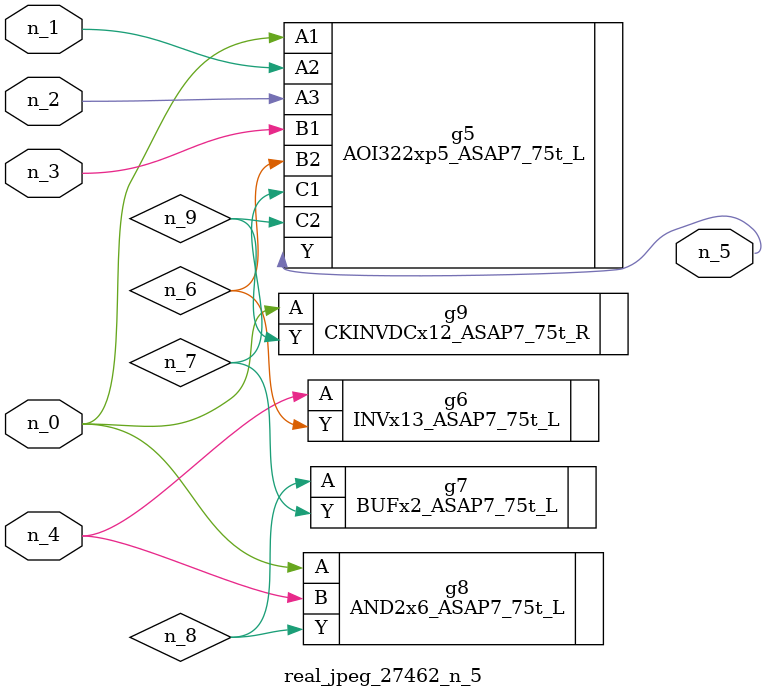
<source format=v>
module real_jpeg_27462_n_5 (n_4, n_0, n_1, n_2, n_3, n_5);

input n_4;
input n_0;
input n_1;
input n_2;
input n_3;

output n_5;

wire n_8;
wire n_6;
wire n_7;
wire n_9;

AOI322xp5_ASAP7_75t_L g5 ( 
.A1(n_0),
.A2(n_1),
.A3(n_2),
.B1(n_3),
.B2(n_6),
.C1(n_7),
.C2(n_9),
.Y(n_5)
);

AND2x6_ASAP7_75t_L g8 ( 
.A(n_0),
.B(n_4),
.Y(n_8)
);

CKINVDCx12_ASAP7_75t_R g9 ( 
.A(n_0),
.Y(n_9)
);

INVx13_ASAP7_75t_L g6 ( 
.A(n_4),
.Y(n_6)
);

BUFx2_ASAP7_75t_L g7 ( 
.A(n_8),
.Y(n_7)
);


endmodule
</source>
